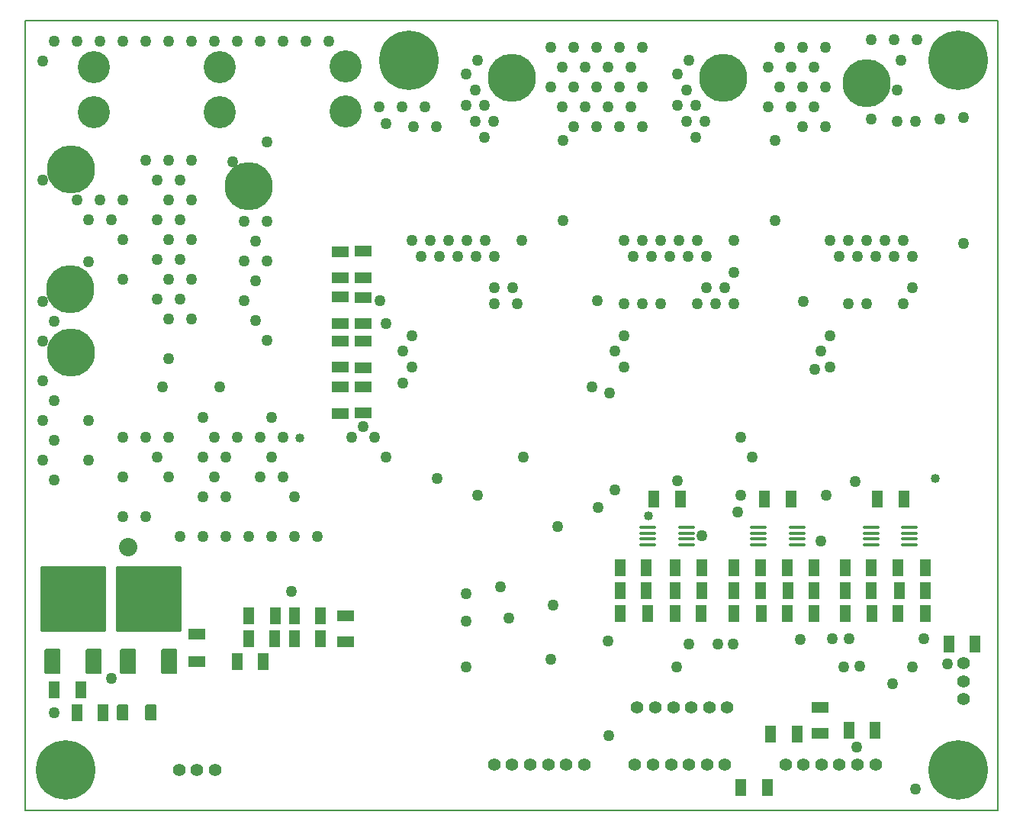
<source format=gbr>
G04 PROTEUS GERBER X2 FILE*
%TF.GenerationSoftware,Labcenter,Proteus,8.7-SP3-Build25561*%
%TF.CreationDate,2021-06-30T06:14:37+00:00*%
%TF.FileFunction,Soldermask,Bot*%
%TF.FilePolarity,Negative*%
%TF.Part,Single*%
%TF.SameCoordinates,{77f9167f-24a0-473a-9e88-04ab24b8f88e}*%
%FSLAX45Y45*%
%MOMM*%
G01*
%TA.AperFunction,Material*%
%ADD52C,1.270000*%
%ADD53C,2.032000*%
%ADD54C,1.016000*%
%TA.AperFunction,Material*%
%ADD59C,5.334000*%
%AMPPAD072*
4,1,4,
-0.901700,0.571500,
-0.901700,-0.571500,
0.901700,-0.571500,
0.901700,0.571500,
-0.901700,0.571500,
0*%
%TA.AperFunction,Material*%
%ADD82PPAD072*%
%AMPPAD073*
4,1,36,
3.492500,3.619500,
-3.492500,3.619500,
-3.518470,3.616970,
-3.542480,3.609700,
-3.564080,3.598150,
-3.582790,3.582790,
-3.598150,3.564070,
-3.609700,3.542480,
-3.616970,3.518470,
-3.619500,3.492500,
-3.619500,-3.492500,
-3.616970,-3.518470,
-3.609700,-3.542480,
-3.598150,-3.564070,
-3.582790,-3.582790,
-3.564080,-3.598150,
-3.542480,-3.609700,
-3.518470,-3.616970,
-3.492500,-3.619500,
3.492500,-3.619500,
3.518470,-3.616970,
3.542480,-3.609700,
3.564080,-3.598150,
3.582790,-3.582790,
3.598150,-3.564070,
3.609700,-3.542480,
3.616970,-3.518470,
3.619500,-3.492500,
3.619500,3.492500,
3.616970,3.518470,
3.609700,3.542480,
3.598150,3.564070,
3.582790,3.582790,
3.564080,3.598150,
3.542480,3.609700,
3.518470,3.616970,
3.492500,3.619500,
0*%
%TA.AperFunction,Material*%
%ADD83PPAD073*%
%AMPPAD074*
4,1,36,
0.762000,1.397000,
-0.762000,1.397000,
-0.787970,1.394470,
-0.811980,1.387200,
-0.833580,1.375650,
-0.852290,1.360290,
-0.867650,1.341570,
-0.879200,1.319980,
-0.886470,1.295970,
-0.889000,1.270000,
-0.889000,-1.270000,
-0.886470,-1.295970,
-0.879200,-1.319980,
-0.867650,-1.341570,
-0.852290,-1.360290,
-0.833580,-1.375650,
-0.811980,-1.387200,
-0.787970,-1.394470,
-0.762000,-1.397000,
0.762000,-1.397000,
0.787970,-1.394470,
0.811980,-1.387200,
0.833580,-1.375650,
0.852290,-1.360290,
0.867650,-1.341570,
0.879200,-1.319980,
0.886470,-1.295970,
0.889000,-1.270000,
0.889000,1.270000,
0.886470,1.295970,
0.879200,1.319980,
0.867650,1.341570,
0.852290,1.360290,
0.833580,1.375650,
0.811980,1.387200,
0.787970,1.394470,
0.762000,1.397000,
0*%
%ADD84PPAD074*%
%AMPPAD075*
4,1,4,
0.571500,0.901700,
-0.571500,0.901700,
-0.571500,-0.901700,
0.571500,-0.901700,
0.571500,0.901700,
0*%
%TA.AperFunction,Material*%
%ADD85PPAD075*%
%AMPPAD076*
4,1,36,
0.901700,-0.025400,
0.901700,0.025400,
0.898160,0.061750,
0.887980,0.095370,
0.871810,0.125600,
0.850300,0.151800,
0.824110,0.173310,
0.793870,0.189480,
0.760250,0.199660,
0.723900,0.203200,
-0.723900,0.203200,
-0.760250,0.199660,
-0.793870,0.189480,
-0.824110,0.173310,
-0.850300,0.151800,
-0.871810,0.125600,
-0.887980,0.095370,
-0.898160,0.061750,
-0.901700,0.025400,
-0.901700,-0.025400,
-0.898160,-0.061750,
-0.887980,-0.095370,
-0.871810,-0.125600,
-0.850300,-0.151800,
-0.824110,-0.173310,
-0.793870,-0.189480,
-0.760250,-0.199660,
-0.723900,-0.203200,
0.723900,-0.203200,
0.760250,-0.199660,
0.793870,-0.189480,
0.824110,-0.173310,
0.850300,-0.151800,
0.871810,-0.125600,
0.887980,-0.095370,
0.898160,-0.061750,
0.901700,-0.025400,
0*%
%TA.AperFunction,Material*%
%ADD86PPAD076*%
%AMPPAD077*
4,1,36,
-0.508000,-0.889000,
0.508000,-0.889000,
0.533970,-0.886470,
0.557980,-0.879200,
0.579580,-0.867650,
0.598290,-0.852290,
0.613650,-0.833570,
0.625200,-0.811980,
0.632470,-0.787970,
0.635000,-0.762000,
0.635000,0.762000,
0.632470,0.787970,
0.625200,0.811980,
0.613650,0.833570,
0.598290,0.852290,
0.579580,0.867650,
0.557980,0.879200,
0.533970,0.886470,
0.508000,0.889000,
-0.508000,0.889000,
-0.533970,0.886470,
-0.557980,0.879200,
-0.579580,0.867650,
-0.598290,0.852290,
-0.613650,0.833570,
-0.625200,0.811980,
-0.632470,0.787970,
-0.635000,0.762000,
-0.635000,-0.762000,
-0.632470,-0.787970,
-0.625200,-0.811980,
-0.613650,-0.833570,
-0.598290,-0.852290,
-0.579580,-0.867650,
-0.557980,-0.879200,
-0.533970,-0.886470,
-0.508000,-0.889000,
0*%
%TA.AperFunction,Material*%
%ADD87PPAD077*%
%TA.AperFunction,Material*%
%ADD79C,1.397000*%
%TA.AperFunction,Material*%
%ADD80C,3.556000*%
%TA.AperFunction,Material*%
%ADD81C,6.604000*%
%TA.AperFunction,Profile*%
%ADD41C,0.203200*%
%TD.AperFunction*%
D52*
X+3225800Y+1174750D03*
X+3479800Y+1174750D03*
X+5257800Y+1174750D03*
X+5511800Y+1174750D03*
X+5765800Y+1174750D03*
X+7543800Y+1174750D03*
X+7797800Y+1174750D03*
X+3098800Y+1394720D03*
X+3352800Y+1394720D03*
X+4876800Y+1394720D03*
X+5130800Y+1394720D03*
X+5384800Y+1394720D03*
X+5638800Y+1394720D03*
X+7162800Y+1394720D03*
X+7416800Y+1394720D03*
X+7670800Y+1394720D03*
X+4749800Y+1614690D03*
X+5003800Y+1614690D03*
X+5257800Y+1614690D03*
X+5511800Y+1614690D03*
X+5765800Y+1614690D03*
X+7289800Y+1614690D03*
X+7543800Y+1614690D03*
X+7797800Y+1614690D03*
X+4876800Y+1834660D03*
X+5130800Y+1834660D03*
X+5384800Y+1834660D03*
X+5638800Y+1834660D03*
X+7162800Y+1834660D03*
X+7416800Y+1834660D03*
X+7670800Y+1834660D03*
X+4749800Y+2054630D03*
X+5003800Y+2054630D03*
X+5257800Y+2054630D03*
X+5511800Y+2054630D03*
X+5765800Y+2054630D03*
X+7289800Y+2054630D03*
X+7543800Y+2054630D03*
X+7797800Y+2054630D03*
X+5562600Y-1497654D03*
X+5461000Y-1321678D03*
X+5562600Y-1145702D03*
X+5562600Y-793750D03*
X+5765800Y-793750D03*
X+5969000Y-793750D03*
X+6375400Y-793750D03*
X+6578600Y-793750D03*
X+6781800Y-793750D03*
X+6477000Y-617774D03*
X+6680200Y-617774D03*
X+6781800Y-441798D03*
X+5664200Y-265822D03*
X+5867400Y-265822D03*
X+6070600Y-265822D03*
X+6273800Y-265822D03*
X+6477000Y-265822D03*
X+5562600Y-89846D03*
X+5765800Y-89846D03*
X+5969000Y-89846D03*
X+6172200Y-89846D03*
X+6375400Y-89846D03*
X+6781800Y-89846D03*
X+7848600Y-1497654D03*
X+7747000Y-1321678D03*
X+7848600Y-1145702D03*
X+8051800Y-793750D03*
X+8255000Y-793750D03*
X+8661400Y-793750D03*
X+8763000Y-617774D03*
X+7950200Y-265822D03*
X+8153400Y-265822D03*
X+8356600Y-265822D03*
X+8559800Y-265822D03*
X+8763000Y-265822D03*
X+7848600Y-89846D03*
X+8051800Y-89846D03*
X+8255000Y-89846D03*
X+8458200Y-89846D03*
X+8661400Y-89846D03*
X+3213100Y-1497654D03*
X+3111500Y-1321678D03*
X+3213100Y-1145702D03*
X+4127500Y-617774D03*
X+4330700Y-617774D03*
X+3314700Y-265822D03*
X+3517900Y-265822D03*
X+3721100Y-265822D03*
X+3924300Y-265822D03*
X+4127500Y-265822D03*
X+3213100Y-89846D03*
X+3416300Y-89846D03*
X+3619500Y-89846D03*
X+3822700Y-89846D03*
X+4025900Y-89846D03*
X+4432300Y-89846D03*
X+4013200Y+1052310D03*
X+3911600Y+1228286D03*
X+4114800Y+1228286D03*
X+3810000Y+1404262D03*
X+4013200Y+1404262D03*
X+3911600Y+1580238D03*
X+3810000Y+1756214D03*
X+3937000Y+1905000D03*
X+8597900Y+1228286D03*
X+8801100Y+1228286D03*
X+8597900Y+1580238D03*
X+8636000Y+1905000D03*
X+6363969Y+1052310D03*
X+6262369Y+1228286D03*
X+6465569Y+1228286D03*
X+6160769Y+1404262D03*
X+6363969Y+1404262D03*
X+6262369Y+1580238D03*
X+6160769Y+1756214D03*
X+6286500Y+1905000D03*
X+7747000Y-3429000D03*
X+6428649Y-3363510D03*
X+3111500Y-1673630D03*
X+4127500Y-793750D03*
X+4381500Y-793750D03*
X+5003800Y+1174750D03*
X-127000Y-4953000D03*
D53*
X+63500Y-3492500D03*
D52*
X+1870921Y-3983646D03*
X+1599186Y-1195100D03*
X+1472186Y-975130D03*
X+1345186Y-755160D03*
X+1472186Y-535190D03*
X+1345186Y-315220D03*
X+1599186Y-315220D03*
X+1472186Y-95250D03*
X+1345186Y+124720D03*
X+1599186Y+124720D03*
X+1218186Y+784630D03*
X+1599186Y+1004600D03*
X-762000Y-2746780D03*
X-889000Y-2526810D03*
X-381000Y-2526810D03*
X-762000Y-2306840D03*
X-889000Y-2086870D03*
X-381000Y-2086870D03*
X-762000Y-1866900D03*
X-889000Y-1646930D03*
X-889000Y-1206990D03*
X-762000Y-987020D03*
X-889000Y-767050D03*
X-381000Y-327110D03*
X+2844800Y+1394720D03*
X+8305800Y+1257545D03*
X+9067800Y+1257545D03*
X+8305800Y+2137425D03*
X+8559800Y+2137425D03*
X+8813800Y+2137425D03*
D54*
X+5837110Y-3144357D03*
X+5270500Y-3048000D03*
D52*
X+2921000Y+1206500D03*
X+4889500Y+1016000D03*
X+4889500Y+127000D03*
X+2857500Y-762000D03*
X+444500Y-1714500D03*
X+1079500Y-1714500D03*
X+2667000Y-2159000D03*
X+3492500Y-2730500D03*
X+5270500Y-762000D03*
X+9334500Y-127000D03*
X+9334500Y+1270000D03*
X+7556500Y-771119D03*
X+7239000Y+1016000D03*
X+7239000Y+127000D03*
X+7683500Y-1524000D03*
X+5207000Y-1714500D03*
X+6159500Y-2756319D03*
X+6858000Y-2921000D03*
X+7810500Y-2921000D03*
X+8130124Y-2765437D03*
X+5461000Y-2857500D03*
X+5274900Y-3052400D03*
X+6830053Y-3107255D03*
X+4191000Y-3937000D03*
X+6286500Y-4572000D03*
X+6604000Y-4572000D03*
X+7519052Y-4519896D03*
X+7874000Y-4508500D03*
X+3811743Y-4009908D03*
X+3810000Y-4318000D03*
X+2921000Y-1016000D03*
X+5401014Y-1783053D03*
X+635000Y-3378275D03*
X+889000Y-3378275D03*
X+1143000Y-3378275D03*
X+1397000Y-3378275D03*
X+1651000Y-3378275D03*
X+1905000Y-3378275D03*
X+2159000Y-3378275D03*
X+0Y-3158305D03*
X+254000Y-3158305D03*
X+889000Y-2938335D03*
X+1143000Y-2938335D03*
X+1905000Y-2938335D03*
X+0Y-2718365D03*
X+508000Y-2718365D03*
X+1016000Y-2718365D03*
X+1524000Y-2718365D03*
X+1778000Y-2718365D03*
X+381000Y-2498395D03*
X+889000Y-2498395D03*
X+1143000Y-2498395D03*
X+1651000Y-2498395D03*
X+2921000Y-2498395D03*
X+4445000Y-2498395D03*
X+6985000Y-2498395D03*
X+0Y-2278425D03*
X+254000Y-2278425D03*
X+508000Y-2278425D03*
X+1016000Y-2278425D03*
X+1270000Y-2278425D03*
X+1524000Y-2278425D03*
X+1778000Y-2278425D03*
X+2540000Y-2278425D03*
X+2794000Y-2278425D03*
X+6858000Y-2278425D03*
X+889000Y-2058455D03*
X+1651000Y-2058455D03*
X+508000Y-1398545D03*
X+508000Y-958605D03*
X+762000Y-958605D03*
X+381000Y-738635D03*
X+635000Y-738635D03*
X+0Y-518665D03*
X+508000Y-518665D03*
X+762000Y-518665D03*
X+381000Y-298695D03*
X+635000Y-298695D03*
X+0Y-78725D03*
X+508000Y-78725D03*
X+762000Y-78725D03*
X-381000Y+141245D03*
X-127000Y+141245D03*
X+381000Y+141245D03*
X+635000Y+141245D03*
X-508000Y+361215D03*
X-254000Y+361215D03*
X+0Y+361215D03*
X+508000Y+361215D03*
X+762000Y+361215D03*
X-889000Y+581185D03*
X+381000Y+581185D03*
X+635000Y+581185D03*
X+254000Y+801155D03*
X+508000Y+801155D03*
X+762000Y+801155D03*
X-889000Y+1901005D03*
X-762000Y+2120975D03*
X-508000Y+2120975D03*
X-254000Y+2120975D03*
X+0Y+2120975D03*
X+254000Y+2120975D03*
X+508000Y+2120975D03*
X+762000Y+2120975D03*
X+1016000Y+2120975D03*
X+1270000Y+2120975D03*
X+1524000Y+2120975D03*
X+1778000Y+2120975D03*
X+2032000Y+2120975D03*
X+2286000Y+2120975D03*
D54*
X+9017000Y-2730500D03*
D52*
X+5384021Y-4535575D03*
X-762000Y-5334000D03*
D54*
X+1968500Y-2286000D03*
D52*
X+4283159Y-4283011D03*
X+4826045Y-3267760D03*
X+3937000Y-2921000D03*
X+8179340Y-4812956D03*
X+8546457Y-5012353D03*
X+8763000Y-4826000D03*
X+8890000Y-4508500D03*
X+9152534Y-4790567D03*
X+8144101Y-5716084D03*
X+8802625Y-6177544D03*
X+6153231Y-4826944D03*
X+6778656Y-4571579D03*
X+8064500Y-4508500D03*
X+8001000Y-4826000D03*
X+5397500Y-5588000D03*
X+4775444Y-4133215D03*
X+4754453Y-4741974D03*
X+3810000Y-4826000D03*
D59*
X+4318000Y+1714500D03*
X+6667500Y+1714500D03*
X+8255000Y+1651000D03*
D82*
X+2413000Y-716000D03*
X+2413000Y-1016000D03*
X+2413000Y-218000D03*
X+2413000Y-508000D03*
X+2667000Y-208000D03*
X+2667000Y-508000D03*
X+2667000Y-726000D03*
X+2667000Y-1016000D03*
D83*
X-546100Y-4071620D03*
D84*
X-317500Y-4762500D03*
X-774700Y-4762500D03*
D83*
X+292100Y-4071620D03*
D84*
X+520700Y-4762500D03*
X+63500Y-4762500D03*
D59*
X-571500Y+698500D03*
X-571500Y-1333500D03*
D85*
X-462000Y-5080000D03*
X-762000Y-5080000D03*
D82*
X+825500Y-4762500D03*
X+825500Y-4462500D03*
X+2667000Y-1206500D03*
X+2667000Y-1506500D03*
X+2413000Y-1714500D03*
X+2413000Y-2014500D03*
X+2667000Y-1714500D03*
X+2667000Y-2004500D03*
X+2413000Y-1206500D03*
X+2413000Y-1496500D03*
D86*
X+6259000Y-3273402D03*
X+6259000Y-3338402D03*
X+6259000Y-3403402D03*
X+6259000Y-3468402D03*
X+5829000Y-3468402D03*
X+5829000Y-3403402D03*
X+5829000Y-3338402D03*
X+5829000Y-3273402D03*
X+7486107Y-3273033D03*
X+7486107Y-3338033D03*
X+7486107Y-3403033D03*
X+7486107Y-3468033D03*
X+7056107Y-3468033D03*
X+7056107Y-3403033D03*
X+7056107Y-3338033D03*
X+7056107Y-3273033D03*
X+8735869Y-3274533D03*
X+8735869Y-3339533D03*
X+8735869Y-3404533D03*
X+8735869Y-3469533D03*
X+8305869Y-3469533D03*
X+8305869Y-3404533D03*
X+8305869Y-3339533D03*
X+8305869Y-3274533D03*
D85*
X+6195500Y-2957402D03*
X+5895500Y-2957402D03*
X+7422607Y-2957033D03*
X+7122607Y-2957033D03*
X+8672369Y-2958533D03*
X+8372369Y-2958533D03*
X+6432000Y-3719402D03*
X+6132000Y-3719402D03*
X+7676607Y-3719033D03*
X+7376607Y-3719033D03*
X+8908869Y-3719033D03*
X+8608869Y-3719033D03*
X+6432000Y-3973402D03*
X+6132000Y-3973402D03*
X+5824500Y-4227402D03*
X+5524500Y-4227402D03*
X+5524500Y-3719402D03*
X+5814500Y-3719402D03*
X+6422000Y-4227402D03*
X+6132000Y-4227402D03*
X+5814500Y-3973402D03*
X+5524500Y-3973402D03*
X+6787607Y-3719033D03*
X+7077607Y-3719033D03*
X+7676607Y-3973033D03*
X+7386607Y-3973033D03*
X+7077607Y-3973033D03*
X+6787607Y-3973033D03*
X+8019869Y-3719033D03*
X+8309869Y-3719033D03*
X+8908869Y-3973033D03*
X+8618869Y-3973033D03*
X+8309869Y-3973033D03*
X+8019869Y-3973033D03*
X+7087607Y-4227033D03*
X+6787607Y-4227033D03*
X+7676607Y-4227033D03*
X+7376607Y-4227033D03*
X+8319869Y-4227033D03*
X+8019869Y-4227033D03*
X+8908869Y-4227033D03*
X+8608869Y-4227033D03*
X+7158000Y-6159500D03*
X+6858000Y-6159500D03*
X+1697000Y-4254500D03*
X+1397000Y-4254500D03*
D87*
X+0Y-5334000D03*
X+314960Y-5334000D03*
D79*
X+9334500Y-5181500D03*
X+9334500Y-4981500D03*
X+9334500Y-4781500D03*
D85*
X+8064500Y-5524500D03*
X+8354500Y-5524500D03*
X+7193500Y-5570499D03*
X+7483500Y-5570499D03*
D82*
X+7737500Y-5560500D03*
X+7737500Y-5270500D03*
D85*
X+9171500Y-4572000D03*
X+9461500Y-4572000D03*
X-218000Y-5334000D03*
X-508000Y-5334000D03*
X+1905000Y-4508500D03*
X+2195000Y-4508500D03*
X+1905000Y-4254500D03*
X+2195000Y-4254500D03*
X+1397000Y-4508500D03*
X+1687000Y-4508500D03*
X+1560000Y-4762500D03*
X+1270000Y-4762500D03*
D82*
X+2476500Y-4544500D03*
X+2476500Y-4254500D03*
D79*
X+8356500Y-5905500D03*
X+8156500Y-5905500D03*
X+7956500Y-5905500D03*
X+7756500Y-5905500D03*
X+7556500Y-5905500D03*
X+7356500Y-5905500D03*
D59*
X-582734Y-635000D03*
X+1397000Y+508000D03*
D80*
X+1079500Y+1333500D03*
X+1079500Y+1833500D03*
X-317500Y+1333500D03*
X-317500Y+1833500D03*
X+2476500Y+1337500D03*
X+2476500Y+1837500D03*
D81*
X+9271000Y+1905000D03*
X+3175000Y+1905000D03*
X+9271000Y-5969000D03*
X-635000Y-5969000D03*
D79*
X+4124500Y-5905500D03*
X+4324500Y-5905500D03*
X+4524500Y-5905500D03*
X+4724500Y-5905500D03*
X+4924500Y-5905500D03*
X+5124500Y-5905500D03*
X+5686500Y-5905500D03*
X+5886500Y-5905500D03*
X+6086500Y-5905500D03*
X+6286500Y-5905500D03*
X+6486500Y-5905500D03*
X+6686500Y-5905500D03*
X+5712000Y-5270500D03*
X+5912000Y-5270500D03*
X+6112000Y-5270500D03*
X+6312000Y-5270500D03*
X+6512000Y-5270500D03*
X+6712000Y-5270500D03*
X+1025500Y-5969000D03*
X+825500Y-5969000D03*
X+625500Y-5969000D03*
D41*
X-1079500Y-6413500D02*
X+9715500Y-6413500D01*
X+9715500Y+2349500D01*
X-1079500Y+2349500D01*
X-1079500Y-6413500D01*
M02*

</source>
